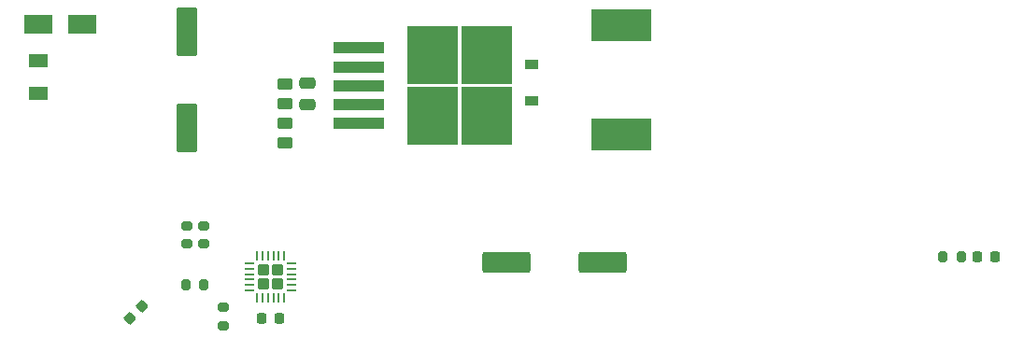
<source format=gbr>
%TF.GenerationSoftware,KiCad,Pcbnew,6.0.11+dfsg-1~bpo11+1*%
%TF.CreationDate,2024-03-27T19:00:14-04:00*%
%TF.ProjectId,Module - Adjustable single rail PSU,4d6f6475-6c65-4202-9d20-41646a757374,1.0.0*%
%TF.SameCoordinates,Original*%
%TF.FileFunction,Paste,Top*%
%TF.FilePolarity,Positive*%
%FSLAX46Y46*%
G04 Gerber Fmt 4.6, Leading zero omitted, Abs format (unit mm)*
G04 Created by KiCad (PCBNEW 6.0.11+dfsg-1~bpo11+1) date 2024-03-27 19:00:14*
%MOMM*%
%LPD*%
G01*
G04 APERTURE LIST*
G04 Aperture macros list*
%AMRoundRect*
0 Rectangle with rounded corners*
0 $1 Rounding radius*
0 $2 $3 $4 $5 $6 $7 $8 $9 X,Y pos of 4 corners*
0 Add a 4 corners polygon primitive as box body*
4,1,4,$2,$3,$4,$5,$6,$7,$8,$9,$2,$3,0*
0 Add four circle primitives for the rounded corners*
1,1,$1+$1,$2,$3*
1,1,$1+$1,$4,$5*
1,1,$1+$1,$6,$7*
1,1,$1+$1,$8,$9*
0 Add four rect primitives between the rounded corners*
20,1,$1+$1,$2,$3,$4,$5,0*
20,1,$1+$1,$4,$5,$6,$7,0*
20,1,$1+$1,$6,$7,$8,$9,0*
20,1,$1+$1,$8,$9,$2,$3,0*%
G04 Aperture macros list end*
%ADD10RoundRect,0.225000X-0.017678X0.335876X-0.335876X0.017678X0.017678X-0.335876X0.335876X-0.017678X0*%
%ADD11RoundRect,0.200000X-0.200000X-0.275000X0.200000X-0.275000X0.200000X0.275000X-0.200000X0.275000X0*%
%ADD12RoundRect,0.225000X0.225000X0.250000X-0.225000X0.250000X-0.225000X-0.250000X0.225000X-0.250000X0*%
%ADD13R,5.400000X2.900000*%
%ADD14R,1.730000X1.190000*%
%ADD15RoundRect,0.200000X-0.275000X0.200000X-0.275000X-0.200000X0.275000X-0.200000X0.275000X0.200000X0*%
%ADD16RoundRect,0.218750X0.218750X0.256250X-0.218750X0.256250X-0.218750X-0.256250X0.218750X-0.256250X0*%
%ADD17RoundRect,0.250000X-0.450000X0.262500X-0.450000X-0.262500X0.450000X-0.262500X0.450000X0.262500X0*%
%ADD18R,1.200000X0.900000*%
%ADD19RoundRect,0.250000X1.950000X0.700000X-1.950000X0.700000X-1.950000X-0.700000X1.950000X-0.700000X0*%
%ADD20RoundRect,0.250000X0.275000X-0.275000X0.275000X0.275000X-0.275000X0.275000X-0.275000X-0.275000X0*%
%ADD21RoundRect,0.062500X0.062500X-0.350000X0.062500X0.350000X-0.062500X0.350000X-0.062500X-0.350000X0*%
%ADD22RoundRect,0.062500X0.350000X-0.062500X0.350000X0.062500X-0.350000X0.062500X-0.350000X-0.062500X0*%
%ADD23RoundRect,0.250000X-0.700000X1.950000X-0.700000X-1.950000X0.700000X-1.950000X0.700000X1.950000X0*%
%ADD24RoundRect,0.250000X-0.475000X0.250000X-0.475000X-0.250000X0.475000X-0.250000X0.475000X0.250000X0*%
%ADD25R,4.550000X5.250000*%
%ADD26R,4.600000X1.100000*%
%ADD27R,2.500000X1.800000*%
G04 APERTURE END LIST*
D10*
%TO.C,C2*%
X71620008Y-109639992D03*
X70523992Y-110736008D03*
%TD*%
D11*
%TO.C,R3*%
X75577000Y-107772000D03*
X77227000Y-107772000D03*
%TD*%
D12*
%TO.C,C1*%
X84035000Y-110744000D03*
X82485000Y-110744000D03*
%TD*%
D13*
%TO.C,L1*%
X115062000Y-84204000D03*
X115062000Y-94104000D03*
%TD*%
D14*
%TO.C,F1*%
X62176000Y-90350000D03*
X62176000Y-87450000D03*
%TD*%
D15*
%TO.C,R1*%
X77164000Y-102375000D03*
X77164000Y-104025000D03*
%TD*%
D16*
%TO.C,D3*%
X148869500Y-105156000D03*
X147294500Y-105156000D03*
%TD*%
D15*
%TO.C,R4*%
X79000000Y-109775000D03*
X79000000Y-111425000D03*
%TD*%
D17*
%TO.C,R5*%
X84582000Y-89511500D03*
X84582000Y-91336500D03*
%TD*%
D18*
%TO.C,D2*%
X106934000Y-87758000D03*
X106934000Y-91058000D03*
%TD*%
D19*
%TO.C,C5*%
X113316000Y-105664000D03*
X104616000Y-105664000D03*
%TD*%
D20*
%TO.C,U1*%
X82610000Y-107660000D03*
X82610000Y-106360000D03*
X83910000Y-107660000D03*
X83910000Y-106360000D03*
D21*
X82010000Y-108947500D03*
X82510000Y-108947500D03*
X83010000Y-108947500D03*
X83510000Y-108947500D03*
X84010000Y-108947500D03*
X84510000Y-108947500D03*
D22*
X85197500Y-108260000D03*
X85197500Y-107760000D03*
X85197500Y-107260000D03*
X85197500Y-106760000D03*
X85197500Y-106260000D03*
X85197500Y-105760000D03*
D21*
X84510000Y-105072500D03*
X84010000Y-105072500D03*
X83510000Y-105072500D03*
X83010000Y-105072500D03*
X82510000Y-105072500D03*
X82010000Y-105072500D03*
D22*
X81322500Y-105760000D03*
X81322500Y-106260000D03*
X81322500Y-106760000D03*
X81322500Y-107260000D03*
X81322500Y-107760000D03*
X81322500Y-108260000D03*
%TD*%
D23*
%TO.C,C4*%
X75692000Y-84804000D03*
X75692000Y-93504000D03*
%TD*%
D24*
%TO.C,C3*%
X86614000Y-89474000D03*
X86614000Y-91374000D03*
%TD*%
D11*
%TO.C,R7*%
X144209000Y-105156000D03*
X145859000Y-105156000D03*
%TD*%
D15*
%TO.C,R2*%
X75640000Y-102375000D03*
X75640000Y-104025000D03*
%TD*%
D25*
%TO.C,U2*%
X97978000Y-92437000D03*
X102828000Y-92437000D03*
X97978000Y-86887000D03*
X102828000Y-86887000D03*
D26*
X91253000Y-86262000D03*
X91253000Y-87962000D03*
X91253000Y-89662000D03*
X91253000Y-91362000D03*
X91253000Y-93062000D03*
%TD*%
D27*
%TO.C,D1*%
X66200000Y-84074000D03*
X62200000Y-84074000D03*
%TD*%
D17*
%TO.C,R6*%
X84582000Y-93067500D03*
X84582000Y-94892500D03*
%TD*%
M02*

</source>
